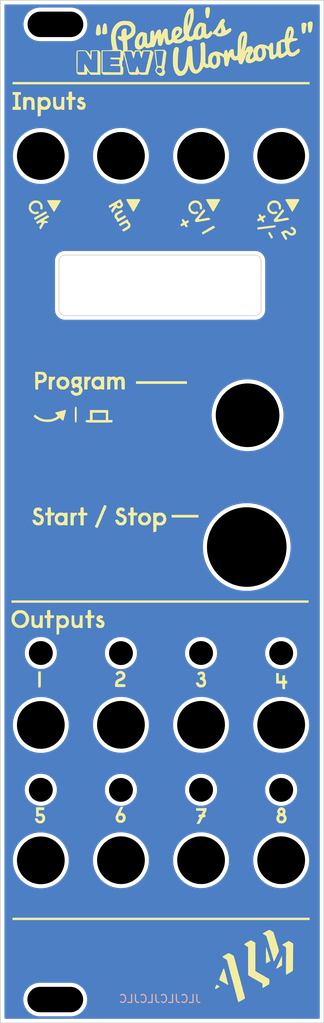
<source format=kicad_pcb>
(kicad_pcb (version 20211014) (generator pcbnew)
  (layers (0 "F.Cu" signal) (31 "B.Cu" signal) (34 "B.Paste" user) (35 "F.Paste" user) (36 "B.SilkS" user "B.Silkscreen") (37 "F.SilkS" user "F.Silkscreen") (38 "B.Mask" user) (39 "F.Mask" user) (44 "Edge.Cuts" user))
  (net 0 "")
  (footprint "Pale Slim Ghost:eurorack panel mounting slot" (layer "F.Cu") (at 83.092859 150.972801)
    (fp_text reference "REF**" hide)
    (fp_text value "eurorack panel mounting slot" hide)
    (pad "" np_thru_hole oval (at 0 0) (size 7 3.2) (drill oval 7 3.2) (layers *.Mask))
  )
  (footprint "Pale Slim Ghost:hole 6mm (jack panel)" (layer "F.Cu") (at 111.485703 133.460615)
    (fp_text reference "REF**" hide)
    (fp_text value "hole 6mm (jack panel)" hide)
    (pad "" np_thru_hole circle (at 0 0) (size 6 6) (drill 6) (layers *.Mask))
  )
  (footprint "Pale Slim Ghost:hole 6mm (jack panel)" (layer "F.Cu") (at 111.485703 116.442804)
    (fp_text reference "REF**" hide)
    (fp_text value "hole 6mm (jack panel)" hide)
    (pad "" np_thru_hole circle (at 0 0) (size 6 6) (drill 6) (layers *.Mask))
  )
  (footprint "Pale Slim Ghost:hole 3mm (below jack)" (layer "F.Cu") (at 111.485703 124.620366)
    (fp_text reference "REF**" hide)
    (fp_text value "hole 3mm (below jack)" hide)
    (pad "" np_thru_hole circle (at 0 0) (size 3 3) (drill 3) (layers *.Mask))
  )
  (footprint "Pale Slim Ghost:hole 6mm (jack panel)" (layer "F.Cu") (at 91.348567 133.460615)
    (fp_text reference "REF**" hide)
    (fp_text value "hole 6mm (jack panel)" hide)
    (pad "" np_thru_hole circle (at 0 0) (size 6 6) (drill 6) (layers *.Mask))
  )
  (footprint "Pale Slim Ghost:hole 6mm (jack panel)" (layer "F.Cu") (at 91.348567 116.442804)
    (fp_text reference "REF**" hide)
    (fp_text value "hole 6mm (jack panel)" hide)
    (pad "" np_thru_hole circle (at 0 0) (size 6 6) (drill 6) (layers *.Mask))
  )
  (footprint "Pale Slim Ghost:hole 6mm (jack panel)" (layer "F.Cu") (at 81.28 133.478952)
    (fp_text reference "REF**" hide)
    (fp_text value "hole 6mm (jack panel)" hide)
    (pad "" np_thru_hole circle (at 0 0) (size 6 6) (drill 6) (layers *.Mask))
  )
  (footprint "Pale Slim Ghost:hole 3mm (below jack)" (layer "F.Cu") (at 81.28 124.608794)
    (fp_text reference "REF**" hide)
    (fp_text value "hole 3mm (below jack)" hide)
    (pad "" np_thru_hole circle (at 0 0) (size 3 3) (drill 3) (layers *.Mask))
  )
  (footprint "Pale Slim Ghost:hole 6mm (jack panel)" (layer "F.Cu") (at 107.160998 94.101261)
    (fp_text reference "REF**" hide)
    (fp_text value "hole 6mm (jack panel)" hide)
    (pad "" np_thru_hole circle (at 0 0) (size 10 10) (drill 10) (layers *.Mask))
  )
  (footprint "Pale Slim Ghost:hole 3mm (below jack)" (layer "F.Cu") (at 91.348567 124.621877)
    (fp_text reference "REF**" hide)
    (fp_text value "hole 3mm (below jack)" hide)
    (pad "" np_thru_hole circle (at 0 0) (size 3 3) (drill 3) (layers *.Mask))
  )
  (footprint "Pale Slim Ghost:hole 6mm (jack panel)" (layer "F.Cu") (at 91.348567 44.939663)
    (fp_text reference "REF**" hide)
    (fp_text value "hole 6mm (jack panel)" hide)
    (pad "" np_thru_hole circle (at 0 0) (size 6 6) (drill 6) (layers *.Mask))
  )
  (footprint "Pale Slim Ghost:hole 6mm (jack panel)" (layer "F.Cu") (at 101.417134 133.460615)
    (fp_text reference "REF**" hide)
    (fp_text value "hole 6mm (jack panel)" hide)
    (pad "" np_thru_hole circle (at 0 0) (size 6 6) (drill 6) (layers *.Mask))
  )
  (footprint "Pale Slim Ghost:hole 3mm (below jack)" (layer "F.Cu") (at 111.485703 107.430775)
    (fp_text reference "REF**" hide)
    (fp_text value "hole 3mm (below jack)" hide)
    (pad "" np_thru_hole circle (at 0 0) (size 3 3) (drill 3) (layers *.Mask))
  )
  (footprint "Pale Slim Ghost:hole 6mm (jack panel)" (layer "F.Cu") (at 81.28 116.461141)
    (fp_text reference "REF**" hide)
    (fp_text value "hole 6mm (jack panel)" hide)
    (pad "" np_thru_hole circle (at 0 0) (size 6 6) (drill 6) (layers *.Mask))
  )
  (footprint "Pale Slim Ghost:hole 6mm (jack panel)" (layer "F.Cu") (at 111.485703 44.939663)
    (fp_text reference "REF**" hide)
    (fp_text value "hole 6mm (jack panel)" hide)
    (pad "" np_thru_hole circle (at 0 0) (size 6 6) (drill 6) (layers *.Mask))
  )
  (footprint "LOGO" (layer "F.Cu") (at 96.390008 89.549075)
    (fp_text reference "G***" hide)
    (fp_text value "LOGO" hide)
  )
  (footprint "Pale Slim Ghost:hole 3mm (below jack)" (layer "F.Cu") (at 101.417134 124.608794)
    (fp_text reference "REF**" hide)
    (fp_text value "hole 3mm (below jack)" hide)
    (pad "" np_thru_hole circle (at 0 0) (size 3 3) (drill 3) (layers *.Mask))
  )
  (footprint "Pale Slim Ghost:hole 6mm (jack panel)" (layer "F.Cu") (at 101.417134 44.939663)
    (fp_text reference "REF**" hide)
    (fp_text value "hole 6mm (jack panel)" hide)
    (pad "" np_thru_hole circle (at 0 0) (size 6 6) (drill 6) (layers *.Mask))
  )
  (footprint "Pale Slim Ghost:hole 6mm (jack panel)" (layer "F.Cu") (at 81.28 44.958)
    (fp_text reference "REF**" hide)
    (fp_text value "hole 6mm (jack panel)" hide)
    (pad "" np_thru_hole circle (at 0 0) (size 6 6) (drill 6) (layers *.Mask))
  )
  (footprint "Pale Slim Ghost:hole 6mm (jack panel)" (layer "F.Cu") (at 101.417134 116.442804)
    (fp_text reference "REF**" hide)
    (fp_text value "hole 6mm (jack panel)" hide)
    (pad "" np_thru_hole circle (at 0 0) (size 6 6) (drill 6) (layers *.Mask))
  )
  (footprint "Pale Slim Ghost:hole 3mm (below jack)" (layer "F.Cu") (at 81.28 107.419203)
    (fp_text reference "REF**" hide)
    (fp_text value "hole 3mm (below jack)" hide)
    (pad "" np_thru_hole circle (at 0 0) (size 3 3) (drill 3) (layers *.Mask))
  )
  (footprint "Pale Slim Ghost:hole 6mm (jack panel)" (layer "F.Cu") (at 107.263128 77.539118)
    (fp_text reference "REF**" hide)
    (fp_text value "hole 6mm (jack panel)" hide)
    (pad "" np_thru_hole circle (at 0 0) (size 8 8) (drill 8) (layers *.Mask))
  )
  (footprint "Pale Slim Ghost:hole 3mm (below jack)" (layer "F.Cu") (at 101.417134 107.419203)
    (fp_text reference "REF**" hide)
    (fp_text value "hole 3mm (below jack)" hide)
    (pad "" np_thru_hole circle (at 0 0) (size 3 3) (drill 3) (layers *.Mask))
  )
  (footprint "Pale Slim Ghost:hole 3mm (below jack)" (layer "F.Cu") (at 91.348567 107.432286)
    (fp_text reference "REF**" hide)
    (fp_text value "hole 3mm (below jack)" hide)
    (pad "" np_thru_hole circle (at 0 0) (size 3 3) (drill 3) (layers *.Mask))
  )
  (footprint "Pale Slim Ghost:eurorack panel mounting slot" (layer "F.Cu") (at 83.116586 28.41078)
    (fp_text reference "REF**" hide)
    (fp_text value "eurorack panel mounting slot" hide)
    (pad "" np_thru_hole oval (at 0 0) (size 7 3.2) (drill oval 7 3.2) (layers *.Mask))
  )
  (gr_rect (start 76.2 25.4) (end 116.84 153.9) (layer "Edge.Cuts") (width 0.1) (fill none))
  (gr_line (start 108.204 57.404) (end 84.328 57.404) (layer "Edge.Cuts") (width 0.1))
  (gr_arc (start 83.566 58.166) (mid 83.789185 57.627185) (end 84.328 57.404) (layer "Edge.Cuts") (width 0.1))
  (gr_line (start 108.204 65.024) (end 84.328 65.024) (layer "Edge.Cuts") (width 0.1))
  (gr_line (start 83.566 58.166) (end 83.566 64.262) (layer "Edge.Cuts") (width 0.1))
  (gr_arc (start 84.328 65.024) (mid 83.789185 64.800815) (end 83.566 64.262) (layer "Edge.Cuts") (width 0.1))
  (gr_line (start 108.966 58.166) (end 108.966 64.262) (layer "Edge.Cuts") (width 0.1))
  (gr_arc (start 108.966 64.262) (mid 108.742815 64.800815) (end 108.204 65.024) (layer "Edge.Cuts") (width 0.1))
  (gr_arc (start 108.204 57.404) (mid 108.742815 57.627185) (end 108.966 58.166) (layer "Edge.Cuts") (width 0.1))
  (gr_text "JLCJLCJLCJLC\n" (at 96.266 150.876) (layer "B.SilkS") (effects (font (size 1 1)) (justify mirror)))
  (zone (net 0) (net_name "") (layers F&B.Cu) (connect_pads (clearance 0.508)) (min_thickness 0.254) (fill yes (thermal_gap 0.508) (thermal_bridge_width 0.508))
    (polygon (pts (xy 116.84 153.924) (xy 76.2 153.924) (xy 76.2 25.4) (xy 116.84 25.4)))
  )
)
</source>
